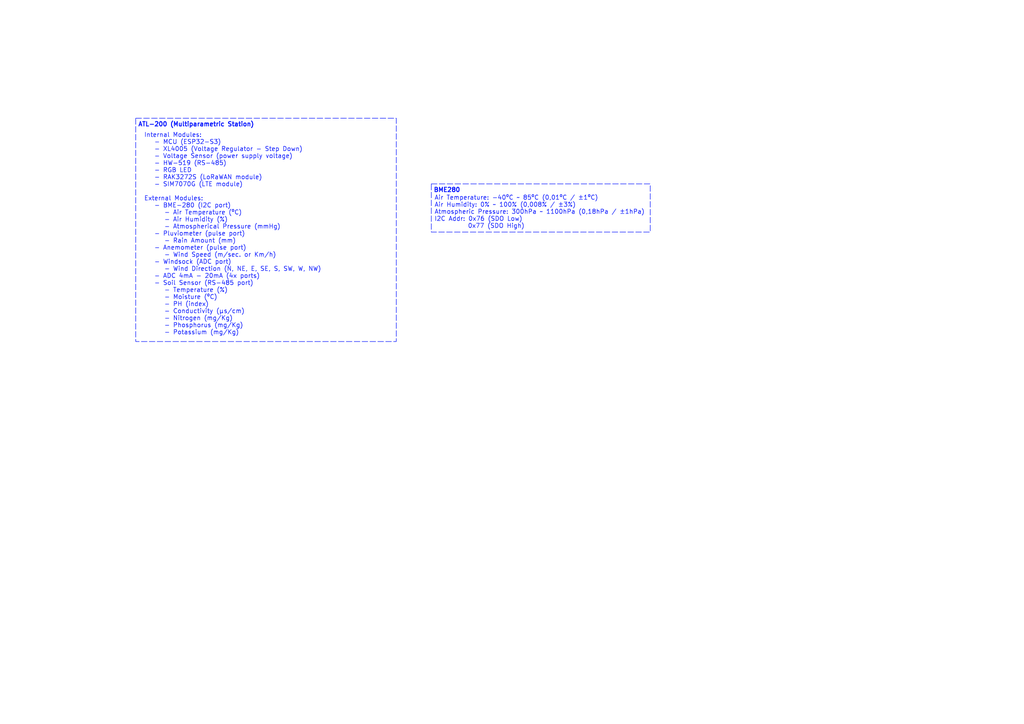
<source format=kicad_sch>
(kicad_sch
	(version 20250114)
	(generator "eeschema")
	(generator_version "9.0")
	(uuid "70f4b7a7-bc92-4e08-aa87-1db70636b26b")
	(paper "A4")
	(title_block
		(title "ATL-200 (Multiparametric Station)")
		(date "2025-06-08")
		(rev "v0.1.0")
		(company "AgroTechLab (Agribusiness Technology Development Laboratory)")
		(comment 1 "IFSC (Federal Institute of Santa Catarina)")
		(comment 2 "Author: Robson Costa (robson.costa@ifsc.edu.br)")
		(comment 3 "Licensed under CC-BY-SA 4.0")
		(comment 4 "Max. peak supply current: XXX mA")
	)
	(lib_symbols)
	(rectangle
		(start 125.095 53.34)
		(end 188.595 67.31)
		(stroke
			(width 0)
			(type dash)
			(color 9 23 255 1)
		)
		(fill
			(type none)
		)
		(uuid 30cbdb35-4118-4ad3-bfa1-37d9b198dfbb)
	)
	(rectangle
		(start 39.37 34.29)
		(end 114.935 99.06)
		(stroke
			(width 0)
			(type dash)
			(color 9 23 255 1)
		)
		(fill
			(type none)
		)
		(uuid e70ce529-2b5c-4909-98f2-e124601ab255)
	)
	(text "ATL-200 (Multiparametric Station)"
		(exclude_from_sim no)
		(at 40.005 36.957 0)
		(effects
			(font
				(size 1.27 1.27)
				(thickness 0.254)
				(bold yes)
				(color 9 23 255 1)
			)
			(justify left bottom)
		)
		(uuid "69b92e28-d95b-4288-b988-44facce5a3dd")
	)
	(text "Air Temperature: -40ºC ~ 85ºC (0,01ºC / ±1ºC)\nAir Humidity: 0% ~ 100% (0,008% / ±3%)\nAtmospheric Pressure: 300hPa ~ 1100hPa (0,18hPa / ±1hPa)\nI2C Addr: 0x76 (SDO Low)\n          0x77 (SDO High)"
		(exclude_from_sim no)
		(at 125.984 66.421 0)
		(effects
			(font
				(size 1.27 1.27)
				(color 9 23 255 1)
			)
			(justify left bottom)
		)
		(uuid "855249b8-fb2c-462d-8e28-6f8edb6b533c")
	)
	(text "BME280"
		(exclude_from_sim no)
		(at 125.73 56.007 0)
		(effects
			(font
				(size 1.27 1.27)
				(thickness 0.254)
				(bold yes)
				(color 9 23 255 1)
			)
			(justify left bottom)
		)
		(uuid "cde89e6e-305f-42f8-b287-6d9e8a51e4ff")
	)
	(text "Internal Modules:\n   - MCU (ESP32-S3)\n   - XL4005 (Voltage Regulator - Step Down)\n   - Voltage Sensor (power supply voltage)\n   - HW-519 (RS-485)\n   - RGB LED\n   - RAK3272S (LoRaWAN module)\n   - SIM7070G (LTE module)\n\nExternal Modules:\n   - BME-280 (I2C port)\n      - Air Temperature (ºC)\n      - Air Humidity (%)\n      - Atmospherical Pressure (mmHg)\n   - Pluviometer (pulse port)\n      - Rain Amount (mm)\n   - Anemometer (pulse port)\n      - Wind Speed (m/sec. or Km/h)\n   - Windsock (ADC port)\n      - Wind Direction (N, NE, E, SE, S, SW, W, NW)\n   - ADC 4mA - 20mA (4x ports)\n   - Soil Sensor (RS-485 port)\n      - Temperature (%)\n      - Moisture (ºC)\n      - PH (index)\n      - Conductivity (µs/cm)\n      - Nitrogen (mg/Kg)\n      - Phosphorus (mg/Kg)\n      - Potassium (mg/Kg)"
		(exclude_from_sim no)
		(at 41.783 97.282 0)
		(effects
			(font
				(size 1.27 1.27)
				(color 9 23 255 1)
			)
			(justify left bottom)
		)
		(uuid "d621c6ad-d91a-4a9d-ac5f-dc2960448fb8")
	)
	(sheet_instances
		(path "/"
			(page "1")
		)
	)
	(embedded_fonts no)
)

</source>
